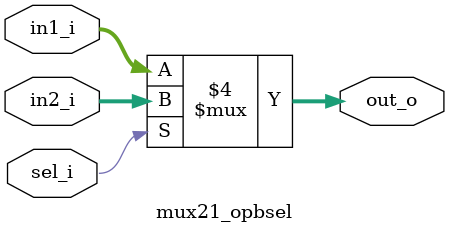
<source format=sv>
module mux21_opbsel(
	input logic [31:0] in1_i,in2_i,
	input logic sel_i,
	output logic [31:0] out_o	
);
always_comb begin
	if(sel_i == 0) begin
		out_o = in1_i;
	end
	else begin
		out_o = in2_i;
	end
end
endmodule 
</source>
